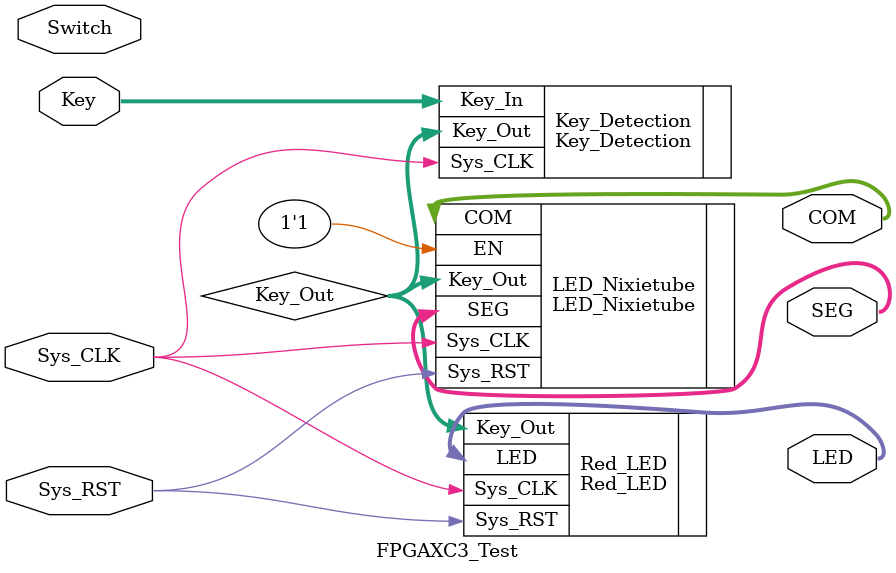
<source format=v>
module FPGAXC3_Test(Sys_CLK,Sys_RST,COM,SEG,Switch,LED,Key);

input Sys_CLK;
input Sys_RST;
input [1:0]Switch;
input [1:0]Key;
output [7:0]SEG;
output [1:0]COM;
output [3:0]LED;
//input AD_SDO;
//output AD_SCLK;
//output AD_CS;
//output AD_SDI;
//input Uart_Rx;
//output Uart_Tx;
//output Key_Signal;

reg Div_CLK;
reg [24:0]Div_Cnt;
//reg [11:0]Num;

//wire [3:0]AD_Address;
//wire [11:0]AD_BCDOut;
wire [1:0]Key_Out;

initial
begin
	Div_CLK <= 1'b0;
	Div_Cnt <= 25'b0;
	//Num <= 12'b0;
end

always@(posedge Sys_CLK)
begin
	if(Div_Cnt < 25'd25000000)
		Div_Cnt = Div_Cnt + 1'b1;
	else
	begin
		Div_CLK = ~Div_CLK;
		Div_Cnt = 25'b0;
	end
end

/*always@(posedge Div_CLK)
begin
	if(Num <= 11'h063)    // 63(Hex) = 99(Dec)
		Num = Num + 1'b1;
	else
		Num = 11'b0;
end*/


/*
assign LED[0] = (Switch == 2'b00)?1'b1:1'b0;
assign LED[1] = (Switch == 2'b01)?1'b1:1'b0;
assign LED[2] = (Switch == 2'b10)?1'b1:1'b0;
assign LED[3] = (Switch == 2'b11)?1'b1:1'b0;	*/

//wire AD_Send_Flag;
//wire Uart_Idle_Flag;

//assign LED = AD_Address;

//BinToBCD BinToBCD(.Data_Bin(Data_Bin),.Data_BCD(Data_BCD),.Sys_CLK(Sys_CLK));

Key_Detection Key_Detection(.Sys_CLK(Sys_CLK),.Key_In(Key),.Key_Out(Key_Out));

LED_Nixietube LED_Nixietube(.Sys_CLK(Sys_CLK),.Sys_RST(Sys_RST),.EN(1'b1),.COM(COM),.SEG(SEG),.Key_Out(Key_Out));

Red_LED Red_LED(.LED(LED),.Sys_CLK(Sys_CLK),.Sys_RST(Sys_RST),.Key_Out(Key_Out));

//AD_Top AD_Top(.CLK(Sys_CLK),.SCLK(AD_SCLK),.CS(AD_CS),.SDO(AD_SDI),.SDI(AD_SDO),.AD_BCDOut(AD_BCDOut),.AD_Address(AD_Address),.Switch(Switch));

//Uart_Top Uart_Top(.Sys_CLK(Sys_CLK),.Sys_RST(Sys_RST),.Signal_Tx(Uart_Tx),.Signal_Rx(Uart_Rx));


endmodule
</source>
